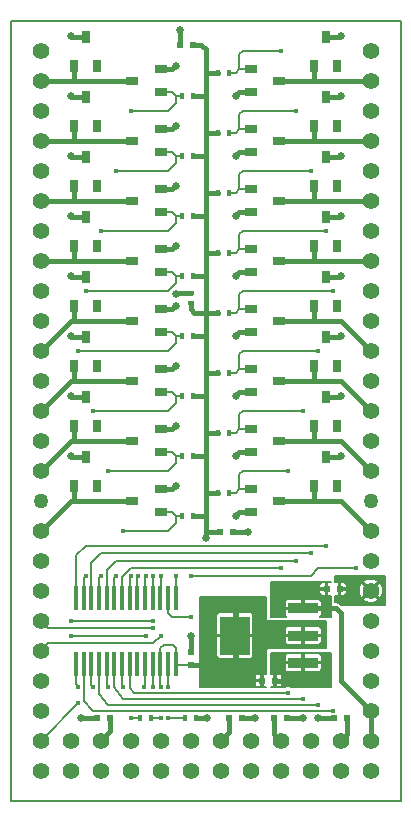
<source format=gbr>
%TF.GenerationSoftware,KiCad,Pcbnew,4.0.2-stable*%
%TF.CreationDate,2021-11-11T11:09:56-08:00*%
%TF.ProjectId,pwm,70776D2E6B696361645F706362000000,rev?*%
%TF.FileFunction,Copper,L1,Top,Signal*%
%FSLAX46Y46*%
G04 Gerber Fmt 4.6, Leading zero omitted, Abs format (unit mm)*
G04 Created by KiCad (PCBNEW 4.0.2-stable) date 11/11/2021 11:09:56 AM*
%MOMM*%
G01*
G04 APERTURE LIST*
%ADD10C,0.100000*%
%ADD11C,0.150000*%
%ADD12R,0.400000X0.600000*%
%ADD13R,0.300000X2.000000*%
%ADD14R,0.800000X1.000000*%
%ADD15R,0.600000X0.500000*%
%ADD16R,0.500000X0.600000*%
%ADD17R,2.500000X3.300000*%
%ADD18R,2.500000X0.950000*%
%ADD19R,1.000000X0.800000*%
%ADD20R,0.600000X0.400000*%
%ADD21C,1.397000*%
%ADD22C,1.270000*%
%ADD23C,0.406400*%
%ADD24C,0.635000*%
%ADD25C,0.889000*%
%ADD26C,0.381000*%
%ADD27C,0.177800*%
%ADD28C,0.127000*%
G04 APERTURE END LIST*
D10*
D11*
X153670000Y-71120000D02*
X186690000Y-71120000D01*
X153670000Y-137160000D02*
X186690000Y-137160000D01*
X153670000Y-137160000D02*
X153670000Y-71120000D01*
X186690000Y-71120000D02*
X186690000Y-137160000D01*
D12*
X171254000Y-90805000D03*
X172154000Y-90805000D03*
D13*
X167640000Y-120015000D03*
X166990000Y-120015000D03*
X166340000Y-120015000D03*
X165690000Y-120015000D03*
X165040000Y-120015000D03*
X164390000Y-120015000D03*
X163740000Y-120015000D03*
X163090000Y-120015000D03*
X162440000Y-120015000D03*
X161790000Y-120015000D03*
X161140000Y-120015000D03*
X160490000Y-120015000D03*
X159840000Y-120015000D03*
X159190000Y-120015000D03*
X159190000Y-125615000D03*
X159840000Y-125615000D03*
X160490000Y-125615000D03*
X161140000Y-125615000D03*
X161790000Y-125615000D03*
X162440000Y-125615000D03*
X163090000Y-125615000D03*
X163740000Y-125615000D03*
X164390000Y-125615000D03*
X165040000Y-125615000D03*
X165690000Y-125615000D03*
X166340000Y-125615000D03*
X166990000Y-125615000D03*
X167640000Y-125615000D03*
D14*
X159070000Y-80010000D03*
X160020000Y-77610000D03*
X160970000Y-80010000D03*
D12*
X169106000Y-82550000D03*
X168206000Y-82550000D03*
D15*
X169079000Y-73152000D03*
X167979000Y-73152000D03*
D16*
X168910000Y-125645000D03*
X168910000Y-124545000D03*
D15*
X180425000Y-119253000D03*
X181525000Y-119253000D03*
X174964000Y-127000000D03*
X176064000Y-127000000D03*
D12*
X169106000Y-77470000D03*
X168206000Y-77470000D03*
X171254000Y-75565000D03*
X172154000Y-75565000D03*
X171254000Y-80645000D03*
X172154000Y-80645000D03*
X169106000Y-87630000D03*
X168206000Y-87630000D03*
X171254000Y-85725000D03*
X172154000Y-85725000D03*
X169106000Y-92710000D03*
X168206000Y-92710000D03*
X169106000Y-97790000D03*
X168206000Y-97790000D03*
X171254000Y-95885000D03*
X172154000Y-95885000D03*
X169106000Y-102870000D03*
X168206000Y-102870000D03*
X171254000Y-100965000D03*
X172154000Y-100965000D03*
X169106000Y-107950000D03*
X168206000Y-107950000D03*
X171254000Y-106045000D03*
X172154000Y-106045000D03*
X169106000Y-113030000D03*
X168206000Y-113030000D03*
X171254000Y-111125000D03*
X172154000Y-111125000D03*
X168460000Y-130175000D03*
X169360000Y-130175000D03*
D17*
X172635000Y-123190000D03*
D18*
X178435000Y-123190000D03*
X178435000Y-120890000D03*
X178435000Y-125490000D03*
D14*
X159070000Y-74930000D03*
X160020000Y-72530000D03*
X160970000Y-74930000D03*
X179390000Y-74930000D03*
X180340000Y-72530000D03*
X181290000Y-74930000D03*
X159070000Y-85090000D03*
X160020000Y-82690000D03*
X160970000Y-85090000D03*
X179390000Y-85090000D03*
X180340000Y-82690000D03*
X181290000Y-85090000D03*
X159070000Y-90170000D03*
X160020000Y-87770000D03*
X160970000Y-90170000D03*
X179390000Y-90170000D03*
X180340000Y-87770000D03*
X181290000Y-90170000D03*
X159070000Y-95250000D03*
X160020000Y-92850000D03*
X160970000Y-95250000D03*
X179390000Y-95250000D03*
X180340000Y-92850000D03*
X181290000Y-95250000D03*
X159070000Y-100330000D03*
X160020000Y-97930000D03*
X160970000Y-100330000D03*
X179390000Y-100330000D03*
X180340000Y-97930000D03*
X181290000Y-100330000D03*
X159070000Y-105410000D03*
X160020000Y-103010000D03*
X160970000Y-105410000D03*
X159070000Y-110490000D03*
X160020000Y-108090000D03*
X160970000Y-110490000D03*
X179390000Y-110490000D03*
X180340000Y-108090000D03*
X181290000Y-110490000D03*
D19*
X166370000Y-77150000D03*
X163970000Y-76200000D03*
X166370000Y-75250000D03*
X173990000Y-75250000D03*
X176390000Y-76200000D03*
X173990000Y-77150000D03*
X166370000Y-82230000D03*
X163970000Y-81280000D03*
X166370000Y-80330000D03*
X173990000Y-80330000D03*
X176390000Y-81280000D03*
X173990000Y-82230000D03*
X166370000Y-87310000D03*
X163970000Y-86360000D03*
X166370000Y-85410000D03*
X173990000Y-85410000D03*
X176390000Y-86360000D03*
X173990000Y-87310000D03*
X166370000Y-92390000D03*
X163970000Y-91440000D03*
X166370000Y-90490000D03*
X173990000Y-90490000D03*
X176390000Y-91440000D03*
X173990000Y-92390000D03*
X166370000Y-97470000D03*
X163970000Y-96520000D03*
X166370000Y-95570000D03*
X173990000Y-95570000D03*
X176390000Y-96520000D03*
X173990000Y-97470000D03*
X166370000Y-102550000D03*
X163970000Y-101600000D03*
X166370000Y-100650000D03*
X173990000Y-100650000D03*
X176390000Y-101600000D03*
X173990000Y-102550000D03*
X166370000Y-107630000D03*
X163970000Y-106680000D03*
X166370000Y-105730000D03*
X173990000Y-105730000D03*
X176390000Y-106680000D03*
X173990000Y-107630000D03*
X166370000Y-112710000D03*
X163970000Y-111760000D03*
X166370000Y-110810000D03*
X173990000Y-110810000D03*
X176390000Y-111760000D03*
X173990000Y-112710000D03*
D15*
X162094000Y-130175000D03*
X160994000Y-130175000D03*
D14*
X179390000Y-80010000D03*
X180340000Y-77610000D03*
X181290000Y-80010000D03*
D15*
X172170000Y-130175000D03*
X173270000Y-130175000D03*
X182160000Y-130175000D03*
X181060000Y-130175000D03*
X175980000Y-130175000D03*
X177080000Y-130175000D03*
X171408000Y-114427000D03*
X172508000Y-114427000D03*
D14*
X179390000Y-105410000D03*
X180340000Y-103010000D03*
X181290000Y-105410000D03*
D12*
X165550000Y-130175000D03*
X164650000Y-130175000D03*
D20*
X168910000Y-95065000D03*
X168910000Y-94165000D03*
D21*
X156210000Y-73660000D03*
X156210000Y-76200000D03*
X156210000Y-78740000D03*
X156210000Y-81280000D03*
X156210000Y-83820000D03*
X156210000Y-86360000D03*
X156210000Y-88900000D03*
X156210000Y-91440000D03*
X156210000Y-93980000D03*
X156210000Y-96520000D03*
X156210000Y-99060000D03*
X156210000Y-101600000D03*
X156210000Y-104140000D03*
X156210000Y-106680000D03*
X156210000Y-109220000D03*
D22*
X156210000Y-111760000D03*
D21*
X156210000Y-114300000D03*
X156210000Y-116840000D03*
X156210000Y-119380000D03*
X156210000Y-121920000D03*
X156210000Y-124460000D03*
X156210000Y-127000000D03*
X156210000Y-129540000D03*
X156210000Y-132080000D03*
X156210000Y-134620000D03*
X184150000Y-73660000D03*
X184150000Y-76200000D03*
X184150000Y-78740000D03*
X184150000Y-81280000D03*
X184150000Y-83820000D03*
X184150000Y-86360000D03*
X184150000Y-88900000D03*
X184150000Y-91440000D03*
X184150000Y-93980000D03*
X184150000Y-96520000D03*
X184150000Y-99060000D03*
X184150000Y-101600000D03*
X184150000Y-104140000D03*
X184150000Y-106680000D03*
X184150000Y-109220000D03*
D22*
X184150000Y-111760000D03*
D21*
X184150000Y-114300000D03*
X184150000Y-116840000D03*
X184150000Y-119380000D03*
X184150000Y-121920000D03*
X184150000Y-124460000D03*
X184150000Y-127000000D03*
X184150000Y-129540000D03*
X184150000Y-132080000D03*
X184150000Y-134620000D03*
X171450000Y-132080000D03*
X181610000Y-132080000D03*
X179070000Y-132080000D03*
X176530000Y-132080000D03*
X173990000Y-132080000D03*
X168910000Y-132080000D03*
X166370000Y-132080000D03*
X163830000Y-132080000D03*
X161290000Y-132080000D03*
X158750000Y-132080000D03*
X168910000Y-134620000D03*
X158750000Y-134620000D03*
X161290000Y-134620000D03*
X163830000Y-134620000D03*
X166370000Y-134620000D03*
X171450000Y-134620000D03*
X173990000Y-134620000D03*
X176530000Y-134620000D03*
X179070000Y-134620000D03*
X181610000Y-134620000D03*
D23*
X166370000Y-127508000D03*
X166370000Y-130175000D03*
D24*
X170180000Y-114935000D03*
X170180000Y-121285000D03*
X170180000Y-125730000D03*
D25*
X172720000Y-125730000D03*
X173990000Y-125730000D03*
X171450000Y-125730000D03*
X172720000Y-120650000D03*
X171450000Y-120650000D03*
X173990000Y-120650000D03*
D24*
X168021000Y-71882000D03*
X167640000Y-94234000D03*
X159639000Y-130175000D03*
X173736000Y-114427000D03*
X179070000Y-127000000D03*
X177800000Y-127000000D03*
X180340000Y-127000000D03*
X179705000Y-130175000D03*
X178435000Y-130175000D03*
X168910000Y-123190000D03*
D23*
X167640000Y-118110000D03*
X164465000Y-118110000D03*
D24*
X174371000Y-130175000D03*
X170307000Y-130175000D03*
X167640000Y-110490000D03*
X167640000Y-105410000D03*
X167640000Y-100330000D03*
X172720000Y-113030000D03*
X172720000Y-107950000D03*
X172720000Y-102870000D03*
X172720000Y-97790000D03*
X167640000Y-95250000D03*
X172720000Y-87630000D03*
X172720000Y-92710000D03*
X167640000Y-90170000D03*
X167640000Y-85090000D03*
X167640000Y-80010000D03*
X172720000Y-82550000D03*
X172720000Y-77470000D03*
X167640000Y-74930000D03*
X181610000Y-102870000D03*
X181610000Y-72390000D03*
X181610000Y-77470000D03*
X181610000Y-82550000D03*
X181610000Y-87630000D03*
X181610000Y-92710000D03*
X181610000Y-97790000D03*
X181610000Y-107950000D03*
X158750000Y-102870000D03*
X158750000Y-97790000D03*
X158750000Y-92710000D03*
X158750000Y-87630000D03*
X158750000Y-82550000D03*
X158750000Y-77470000D03*
X158750000Y-72390000D03*
X158750000Y-107950000D03*
D23*
X163830000Y-130175000D03*
X165735000Y-127508000D03*
X165735000Y-122555000D03*
X166370000Y-123190000D03*
X166370000Y-118110000D03*
X158750000Y-121920000D03*
X165735000Y-121920000D03*
X165735000Y-118110000D03*
X158750000Y-123190000D03*
X165100000Y-123190000D03*
X165100000Y-118110000D03*
X164973000Y-127508000D03*
X159385000Y-128905000D03*
X167005000Y-130175000D03*
X167005000Y-127508000D03*
X163830000Y-78740000D03*
X163830000Y-118110000D03*
X176530000Y-117475000D03*
X176530000Y-73660000D03*
X162560000Y-83820000D03*
X162560000Y-118110000D03*
X177800000Y-116840000D03*
X177800000Y-78740000D03*
X161290000Y-118110000D03*
X161290000Y-88900000D03*
X179070000Y-116205000D03*
X179070000Y-83820000D03*
X160020000Y-118110000D03*
X160020000Y-93980000D03*
X180340000Y-115570000D03*
X180340000Y-88900000D03*
X159385000Y-127508000D03*
X159385000Y-99060000D03*
X180975000Y-93980000D03*
X180975000Y-129540000D03*
X160655000Y-104140000D03*
X160655000Y-127508000D03*
X179705000Y-129032000D03*
X179705000Y-99060000D03*
X161925000Y-109220000D03*
X161925000Y-127508000D03*
X178435000Y-104140000D03*
X178435000Y-128524000D03*
X163195000Y-114300000D03*
X163195000Y-127508000D03*
X177165000Y-109220000D03*
X177165000Y-128016000D03*
X168910000Y-121602500D03*
X168910000Y-118110000D03*
X182880000Y-117475000D03*
D26*
X171408000Y-114427000D02*
X170180000Y-114427000D01*
X170180000Y-114427000D02*
X170180000Y-114300000D01*
X170180000Y-113030000D02*
X169545000Y-113030000D01*
X169545000Y-113030000D02*
X169106000Y-113030000D01*
X170180000Y-111125000D02*
X170815000Y-111125000D01*
X170815000Y-111125000D02*
X171254000Y-111125000D01*
X170180000Y-107950000D02*
X169672000Y-107950000D01*
X169672000Y-107950000D02*
X169106000Y-107950000D01*
X170815000Y-106045000D02*
X170180000Y-106045000D01*
X170180000Y-102870000D02*
X169672000Y-102870000D01*
X169672000Y-102870000D02*
X169106000Y-102870000D01*
X171254000Y-100965000D02*
X170180000Y-100965000D01*
X168910000Y-95065000D02*
X168910000Y-95567500D01*
X169730000Y-95885000D02*
X170180000Y-95885000D01*
X169227500Y-95885000D02*
X169730000Y-95885000D01*
X168910000Y-95567500D02*
X169227500Y-95885000D01*
X170180000Y-97790000D02*
X169672000Y-97790000D01*
X169672000Y-97790000D02*
X169106000Y-97790000D01*
X170180000Y-95885000D02*
X170688000Y-95885000D01*
X170688000Y-95885000D02*
X171254000Y-95885000D01*
X170180000Y-92710000D02*
X169672000Y-92710000D01*
X169672000Y-92710000D02*
X169106000Y-92710000D01*
X170180000Y-90805000D02*
X170688000Y-90805000D01*
X170688000Y-90805000D02*
X171254000Y-90805000D01*
X170180000Y-87630000D02*
X169672000Y-87630000D01*
X169672000Y-87630000D02*
X169106000Y-87630000D01*
X171254000Y-85725000D02*
X170180000Y-85725000D01*
X170180000Y-82550000D02*
X169672000Y-82550000D01*
X169672000Y-82550000D02*
X169106000Y-82550000D01*
X170180000Y-80645000D02*
X170561000Y-80645000D01*
X170561000Y-80645000D02*
X171254000Y-80645000D01*
X170180000Y-77470000D02*
X169672000Y-77470000D01*
X169672000Y-77470000D02*
X169106000Y-77470000D01*
X170815000Y-75565000D02*
X170180000Y-75565000D01*
D27*
X166340000Y-127478000D02*
X166370000Y-127508000D01*
X166340000Y-125615000D02*
X166340000Y-127478000D01*
X166370000Y-130175000D02*
X165550000Y-130175000D01*
D26*
X170180000Y-76073000D02*
X170180000Y-75565000D01*
X170180000Y-76073000D02*
X170180000Y-77470000D01*
X170180000Y-77470000D02*
X170180000Y-77978000D01*
X170180000Y-75565000D02*
X170180000Y-73533000D01*
X169799000Y-73152000D02*
X169079000Y-73152000D01*
X170180000Y-73533000D02*
X169799000Y-73152000D01*
X170180000Y-81026000D02*
X170180000Y-80645000D01*
X170180000Y-80645000D02*
X170180000Y-77978000D01*
X170180000Y-88138000D02*
X170180000Y-90805000D01*
X170180000Y-90805000D02*
X170180000Y-91313000D01*
X170180000Y-91313000D02*
X170180000Y-92710000D01*
X170180000Y-92710000D02*
X170180000Y-93218000D01*
X170180000Y-93218000D02*
X170180000Y-95504000D01*
X170180000Y-95504000D02*
X170180000Y-95885000D01*
X170180000Y-86106000D02*
X170180000Y-87630000D01*
X170180000Y-87630000D02*
X170180000Y-88138000D01*
X170180000Y-83058000D02*
X170180000Y-85725000D01*
X170180000Y-85725000D02*
X170180000Y-86106000D01*
X170180000Y-82550000D02*
X170180000Y-83058000D01*
X170180000Y-81026000D02*
X170180000Y-82550000D01*
X170180000Y-97790000D02*
X170180000Y-98298000D01*
X170180000Y-95885000D02*
X170180000Y-96393000D01*
X170180000Y-96393000D02*
X170180000Y-97790000D01*
X170180000Y-98298000D02*
X170180000Y-100965000D01*
X170180000Y-100965000D02*
X170180000Y-101346000D01*
X170180000Y-101346000D02*
X170180000Y-102870000D01*
X170180000Y-102870000D02*
X170180000Y-103378000D01*
X170180000Y-103378000D02*
X170180000Y-106045000D01*
X170180000Y-106045000D02*
X170180000Y-106553000D01*
X170180000Y-106553000D02*
X170180000Y-107950000D01*
X170180000Y-107950000D02*
X170180000Y-108458000D01*
X171254000Y-106045000D02*
X170815000Y-106045000D01*
X170815000Y-106045000D02*
X170688000Y-106045000D01*
X170180000Y-113030000D02*
X170180000Y-113411000D01*
X170180000Y-113411000D02*
X170180000Y-113665000D01*
X170180000Y-111760000D02*
X170180000Y-112395000D01*
X170180000Y-112395000D02*
X170180000Y-113030000D01*
X170180000Y-108458000D02*
X170180000Y-111125000D01*
X170180000Y-111125000D02*
X170180000Y-111760000D01*
X170180000Y-113665000D02*
X170180000Y-113919000D01*
X170180000Y-113919000D02*
X170180000Y-114300000D01*
X170180000Y-114300000D02*
X170180000Y-114935000D01*
D27*
X166624000Y-123952000D02*
X166340000Y-124236000D01*
X166340000Y-124236000D02*
X166340000Y-125615000D01*
X167386000Y-123952000D02*
X167640000Y-124206000D01*
X166624000Y-123952000D02*
X167386000Y-123952000D01*
X167640000Y-125615000D02*
X167640000Y-124206000D01*
D26*
X168910000Y-125645000D02*
X170095000Y-125645000D01*
X170095000Y-125645000D02*
X170180000Y-125730000D01*
D27*
X168910000Y-125645000D02*
X167670000Y-125645000D01*
X167670000Y-125645000D02*
X167640000Y-125615000D01*
D26*
X172720000Y-125730000D02*
X173990000Y-125730000D01*
X171450000Y-125730000D02*
X172720000Y-125730000D01*
X172720000Y-125730000D02*
X172720000Y-123275000D01*
X172720000Y-120650000D02*
X171450000Y-120650000D01*
X173990000Y-120650000D02*
X172720000Y-120650000D01*
X172720000Y-120650000D02*
X172720000Y-123105000D01*
X172635000Y-123190000D02*
X172720000Y-123275000D01*
X172635000Y-123190000D02*
X172720000Y-123105000D01*
X171254000Y-75565000D02*
X170815000Y-75565000D01*
X170815000Y-75565000D02*
X170688000Y-75565000D01*
X167979000Y-73152000D02*
X167979000Y-71924000D01*
X167979000Y-71924000D02*
X168021000Y-71882000D01*
X168910000Y-94165000D02*
X167709000Y-94165000D01*
X167709000Y-94165000D02*
X167640000Y-94234000D01*
X160994000Y-130175000D02*
X159639000Y-130175000D01*
X172508000Y-114427000D02*
X173736000Y-114427000D01*
X180340000Y-127000000D02*
X179070000Y-127000000D01*
X177800000Y-127000000D02*
X176064000Y-127000000D01*
X179070000Y-127000000D02*
X177800000Y-127000000D01*
X181060000Y-130175000D02*
X179705000Y-130175000D01*
X177080000Y-130175000D02*
X178435000Y-130175000D01*
X168910000Y-124545000D02*
X168910000Y-123190000D01*
D27*
X167640000Y-120015000D02*
X167640000Y-118110000D01*
X164390000Y-120015000D02*
X164390000Y-118185000D01*
X164390000Y-118185000D02*
X164465000Y-118110000D01*
D26*
X173270000Y-130175000D02*
X174371000Y-130175000D01*
X169360000Y-130175000D02*
X170307000Y-130175000D01*
X166370000Y-110810000D02*
X167320000Y-110810000D01*
X167320000Y-110810000D02*
X167640000Y-110490000D01*
X166370000Y-105730000D02*
X167320000Y-105730000D01*
X167320000Y-105730000D02*
X167640000Y-105410000D01*
X166370000Y-100650000D02*
X167320000Y-100650000D01*
X167320000Y-100650000D02*
X167640000Y-100330000D01*
X173990000Y-112710000D02*
X173040000Y-112710000D01*
X173040000Y-112710000D02*
X172720000Y-113030000D01*
X173990000Y-107630000D02*
X173040000Y-107630000D01*
X173040000Y-107630000D02*
X172720000Y-107950000D01*
X173990000Y-102550000D02*
X173040000Y-102550000D01*
X173040000Y-102550000D02*
X172720000Y-102870000D01*
X173990000Y-97470000D02*
X173040000Y-97470000D01*
X173040000Y-97470000D02*
X172720000Y-97790000D01*
X166370000Y-95570000D02*
X167320000Y-95570000D01*
X167320000Y-95570000D02*
X167640000Y-95250000D01*
X173990000Y-87310000D02*
X173040000Y-87310000D01*
X173040000Y-87310000D02*
X172720000Y-87630000D01*
X173990000Y-92390000D02*
X173040000Y-92390000D01*
X173040000Y-92390000D02*
X172720000Y-92710000D01*
X166370000Y-90490000D02*
X167320000Y-90490000D01*
X167320000Y-90490000D02*
X167640000Y-90170000D01*
X166370000Y-85410000D02*
X167320000Y-85410000D01*
X167320000Y-85410000D02*
X167640000Y-85090000D01*
X166370000Y-80330000D02*
X167320000Y-80330000D01*
X167320000Y-80330000D02*
X167640000Y-80010000D01*
X173990000Y-82230000D02*
X173040000Y-82230000D01*
X173040000Y-82230000D02*
X172720000Y-82550000D01*
X173990000Y-77150000D02*
X173040000Y-77150000D01*
X173040000Y-77150000D02*
X172720000Y-77470000D01*
X166370000Y-75250000D02*
X167320000Y-75250000D01*
X167320000Y-75250000D02*
X167640000Y-74930000D01*
X161290000Y-132080000D02*
X162094000Y-131276000D01*
X162094000Y-131276000D02*
X162094000Y-130175000D01*
X176530000Y-132080000D02*
X175980000Y-131530000D01*
X175980000Y-131530000D02*
X175980000Y-130175000D01*
X181610000Y-132080000D02*
X182160000Y-131530000D01*
X182160000Y-131530000D02*
X182160000Y-130175000D01*
X180340000Y-103010000D02*
X181470000Y-103010000D01*
X181470000Y-103010000D02*
X181610000Y-102870000D01*
X172170000Y-130175000D02*
X172170000Y-131360000D01*
X172170000Y-131360000D02*
X171450000Y-132080000D01*
X180340000Y-72530000D02*
X181470000Y-72530000D01*
X181470000Y-72530000D02*
X181610000Y-72390000D01*
X180340000Y-77610000D02*
X181470000Y-77610000D01*
X181470000Y-77610000D02*
X181610000Y-77470000D01*
X180340000Y-82690000D02*
X181470000Y-82690000D01*
X181470000Y-82690000D02*
X181610000Y-82550000D01*
X180340000Y-87770000D02*
X181470000Y-87770000D01*
X181470000Y-87770000D02*
X181610000Y-87630000D01*
X180340000Y-92850000D02*
X181470000Y-92850000D01*
X181470000Y-92850000D02*
X181610000Y-92710000D01*
X180340000Y-97930000D02*
X181470000Y-97930000D01*
X181470000Y-97930000D02*
X181610000Y-97790000D01*
X181610000Y-107950000D02*
X181470000Y-108090000D01*
X181470000Y-108090000D02*
X180340000Y-108090000D01*
X160020000Y-103010000D02*
X158890000Y-103010000D01*
X158890000Y-103010000D02*
X158750000Y-102870000D01*
X160020000Y-97930000D02*
X158890000Y-97930000D01*
X158890000Y-97930000D02*
X158750000Y-97790000D01*
X160020000Y-92850000D02*
X158890000Y-92850000D01*
X158890000Y-92850000D02*
X158750000Y-92710000D01*
X160020000Y-87770000D02*
X158890000Y-87770000D01*
X158890000Y-87770000D02*
X158750000Y-87630000D01*
X160020000Y-82690000D02*
X158890000Y-82690000D01*
X158890000Y-82690000D02*
X158750000Y-82550000D01*
X160020000Y-77610000D02*
X158890000Y-77610000D01*
X158890000Y-77610000D02*
X158750000Y-77470000D01*
X160020000Y-72530000D02*
X158890000Y-72530000D01*
X158890000Y-72530000D02*
X158750000Y-72390000D01*
X160020000Y-108090000D02*
X158890000Y-108090000D01*
X158890000Y-108090000D02*
X158750000Y-107950000D01*
X159070000Y-74930000D02*
X159070000Y-76200000D01*
X159070000Y-76200000D02*
X159067500Y-76200000D01*
X158750000Y-76200000D02*
X159067500Y-76200000D01*
X159067500Y-76200000D02*
X159385000Y-76200000D01*
X159385000Y-76200000D02*
X163970000Y-76200000D01*
X157800000Y-76200000D02*
X158750000Y-76200000D01*
X156210000Y-76200000D02*
X157800000Y-76200000D01*
X179390000Y-74930000D02*
X179390000Y-76200000D01*
X179390000Y-76200000D02*
X179387500Y-76200000D01*
X184150000Y-76200000D02*
X179705000Y-76200000D01*
X179070000Y-76200000D02*
X176390000Y-76200000D01*
X179705000Y-76200000D02*
X179387500Y-76200000D01*
X179387500Y-76200000D02*
X179070000Y-76200000D01*
X159070000Y-80010000D02*
X159070000Y-81280000D01*
X159070000Y-81280000D02*
X159067500Y-81280000D01*
X158750000Y-81280000D02*
X159067500Y-81280000D01*
X159067500Y-81280000D02*
X159385000Y-81280000D01*
X159385000Y-81280000D02*
X163970000Y-81280000D01*
X156210000Y-81280000D02*
X158750000Y-81280000D01*
X179390000Y-80010000D02*
X179390000Y-81280000D01*
X179390000Y-81280000D02*
X179387500Y-81280000D01*
X179705000Y-81280000D02*
X184150000Y-81280000D01*
X179070000Y-81280000D02*
X176390000Y-81280000D01*
X179705000Y-81280000D02*
X179387500Y-81280000D01*
X179387500Y-81280000D02*
X179070000Y-81280000D01*
X159070000Y-85090000D02*
X159070000Y-86360000D01*
X159070000Y-86360000D02*
X159067500Y-86360000D01*
X158750000Y-86360000D02*
X159067500Y-86360000D01*
X159067500Y-86360000D02*
X159385000Y-86360000D01*
X159385000Y-86360000D02*
X163970000Y-86360000D01*
X158750000Y-86360000D02*
X156210000Y-86360000D01*
X179390000Y-85090000D02*
X179390000Y-86360000D01*
X179390000Y-86360000D02*
X179387500Y-86360000D01*
X179705000Y-86360000D02*
X184150000Y-86360000D01*
X179070000Y-86360000D02*
X176390000Y-86360000D01*
X179705000Y-86360000D02*
X179387500Y-86360000D01*
X179387500Y-86360000D02*
X179070000Y-86360000D01*
X159070000Y-90170000D02*
X159070000Y-91440000D01*
X159070000Y-91440000D02*
X159067500Y-91440000D01*
X158750000Y-91440000D02*
X159067500Y-91440000D01*
X159067500Y-91440000D02*
X159385000Y-91440000D01*
X159385000Y-91440000D02*
X163970000Y-91440000D01*
X156210000Y-91440000D02*
X158750000Y-91440000D01*
X179390000Y-90170000D02*
X179390000Y-91440000D01*
X179390000Y-91440000D02*
X179387500Y-91440000D01*
X179705000Y-91440000D02*
X179387500Y-91440000D01*
X179387500Y-91440000D02*
X179070000Y-91440000D01*
X179705000Y-91440000D02*
X184150000Y-91440000D01*
X179070000Y-91440000D02*
X176390000Y-91440000D01*
X159070000Y-95250000D02*
X159070000Y-96520000D01*
X159070000Y-96520000D02*
X159067500Y-96520000D01*
X163970000Y-96520000D02*
X159067500Y-96520000D01*
X159067500Y-96520000D02*
X158750000Y-96520000D01*
X158750000Y-96520000D02*
X156210000Y-99060000D01*
X179390000Y-95250000D02*
X179390000Y-96520000D01*
X179390000Y-96520000D02*
X179387500Y-96520000D01*
X181610000Y-96520000D02*
X184150000Y-99060000D01*
X176390000Y-96520000D02*
X179387500Y-96520000D01*
X179387500Y-96520000D02*
X179705000Y-96520000D01*
X179705000Y-96520000D02*
X181610000Y-96520000D01*
X159070000Y-100330000D02*
X159070000Y-101600000D01*
X159070000Y-101600000D02*
X159067500Y-101600000D01*
X163970000Y-101600000D02*
X159067500Y-101600000D01*
X159067500Y-101600000D02*
X158750000Y-101600000D01*
X158750000Y-101600000D02*
X156210000Y-104140000D01*
X179390000Y-100330000D02*
X179390000Y-101600000D01*
X179390000Y-101600000D02*
X179387500Y-101600000D01*
X181610000Y-101600000D02*
X184150000Y-104140000D01*
X176390000Y-101600000D02*
X179387500Y-101600000D01*
X179387500Y-101600000D02*
X179705000Y-101600000D01*
X179705000Y-101600000D02*
X181610000Y-101600000D01*
X159070000Y-105410000D02*
X159070000Y-106680000D01*
X159070000Y-106680000D02*
X159067500Y-106680000D01*
X163970000Y-106680000D02*
X159067500Y-106680000D01*
X159067500Y-106680000D02*
X158750000Y-106680000D01*
X156210000Y-109220000D02*
X158750000Y-106680000D01*
X179390000Y-105410000D02*
X179390000Y-106680000D01*
X179390000Y-106680000D02*
X179387500Y-106680000D01*
X181610000Y-106680000D02*
X184150000Y-109220000D01*
X179705000Y-106680000D02*
X181610000Y-106680000D01*
X176390000Y-106680000D02*
X179387500Y-106680000D01*
X179387500Y-106680000D02*
X179705000Y-106680000D01*
X159070000Y-110490000D02*
X159070000Y-111760000D01*
X159070000Y-111760000D02*
X159067500Y-111760000D01*
X163970000Y-111760000D02*
X159067500Y-111760000D01*
X159067500Y-111760000D02*
X158750000Y-111760000D01*
X156210000Y-114300000D02*
X158750000Y-111760000D01*
X179390000Y-110490000D02*
X179390000Y-111760000D01*
X179390000Y-111760000D02*
X179387500Y-111760000D01*
X181610000Y-111760000D02*
X184150000Y-114300000D01*
X179705000Y-111760000D02*
X181610000Y-111760000D01*
X176390000Y-111760000D02*
X179387500Y-111760000D01*
X179387500Y-111760000D02*
X179705000Y-111760000D01*
D27*
X163830000Y-130175000D02*
X164650000Y-130175000D01*
X165690000Y-125615000D02*
X165690000Y-127463000D01*
X165690000Y-127463000D02*
X165735000Y-127508000D01*
X165735000Y-122555000D02*
X156845000Y-122555000D01*
X156845000Y-122555000D02*
X156210000Y-121920000D01*
X166370000Y-123190000D02*
X165735000Y-123825000D01*
X166370000Y-119985000D02*
X166370000Y-118110000D01*
X156845000Y-123825000D02*
X156210000Y-124460000D01*
X165735000Y-123825000D02*
X156845000Y-123825000D01*
X165690000Y-120015000D02*
X165690000Y-118155000D01*
X165735000Y-121920000D02*
X158750000Y-121920000D01*
X165690000Y-118155000D02*
X165735000Y-118110000D01*
X165690000Y-120015000D02*
X165735000Y-119970000D01*
X165040000Y-120015000D02*
X165040000Y-118170000D01*
X165100000Y-123190000D02*
X158750000Y-123190000D01*
X165040000Y-118170000D02*
X165100000Y-118110000D01*
X165040000Y-120015000D02*
X165100000Y-119955000D01*
X165040000Y-125615000D02*
X165040000Y-127441000D01*
X165040000Y-127441000D02*
X164973000Y-127508000D01*
X165040000Y-127441000D02*
X164973000Y-127508000D01*
X156210000Y-132080000D02*
X159385000Y-128905000D01*
D26*
X178435000Y-120890000D02*
X181215000Y-120890000D01*
X181610000Y-127000000D02*
X184150000Y-129540000D01*
X181610000Y-121285000D02*
X181610000Y-127000000D01*
X184150000Y-132080000D02*
X184150000Y-129540000D01*
X181215000Y-120890000D02*
X181610000Y-121285000D01*
D27*
X166990000Y-125615000D02*
X166990000Y-127493000D01*
X167005000Y-130175000D02*
X168460000Y-130175000D01*
X166990000Y-127493000D02*
X167005000Y-127508000D01*
X167640000Y-77470000D02*
X167640000Y-78105000D01*
X167640000Y-78105000D02*
X167322500Y-78422500D01*
X167640000Y-77470000D02*
X168206000Y-77470000D01*
X167322500Y-78422500D02*
X167005000Y-78740000D01*
X167005000Y-78740000D02*
X163830000Y-78740000D01*
X163830000Y-118110000D02*
X163740000Y-118200000D01*
X163740000Y-120015000D02*
X163740000Y-118200000D01*
X166370000Y-77150000D02*
X167320000Y-77150000D01*
X167320000Y-77150000D02*
X167640000Y-77470000D01*
X173037500Y-75250000D02*
X173037500Y-73977500D01*
X163195000Y-118110000D02*
X163090000Y-118215000D01*
X163090000Y-118215000D02*
X163090000Y-120015000D01*
X176530000Y-117475000D02*
X163830000Y-117475000D01*
X163830000Y-117475000D02*
X163195000Y-118110000D01*
X173037500Y-73977500D02*
X173355000Y-73660000D01*
X173355000Y-73660000D02*
X176530000Y-73660000D01*
X172720000Y-75565000D02*
X172154000Y-75565000D01*
X173035000Y-75250000D02*
X173037500Y-75250000D01*
X173037500Y-75250000D02*
X173990000Y-75250000D01*
X172720000Y-75565000D02*
X173035000Y-75250000D01*
X168206000Y-82550000D02*
X167640000Y-82550000D01*
X162440000Y-120015000D02*
X162440000Y-118230000D01*
X162560000Y-118110000D02*
X162440000Y-118230000D01*
X167640000Y-82550000D02*
X167640000Y-83185000D01*
X167005000Y-83820000D02*
X162560000Y-83820000D01*
X167640000Y-83185000D02*
X167005000Y-83820000D01*
X167320000Y-82230000D02*
X166370000Y-82230000D01*
X167640000Y-82550000D02*
X167320000Y-82230000D01*
X173037500Y-80330000D02*
X173037500Y-79057500D01*
X172154000Y-80645000D02*
X172720000Y-80645000D01*
X177800000Y-116840000D02*
X162560000Y-116840000D01*
X162560000Y-116840000D02*
X161790000Y-117610000D01*
X161790000Y-117610000D02*
X161790000Y-120015000D01*
X177800000Y-78740000D02*
X173355000Y-78740000D01*
X173037500Y-79057500D02*
X173355000Y-78740000D01*
X173990000Y-80330000D02*
X173037500Y-80330000D01*
X173037500Y-80330000D02*
X173035000Y-80330000D01*
X173035000Y-80330000D02*
X172720000Y-80645000D01*
X161140000Y-118895000D02*
X161140000Y-118260000D01*
X167640000Y-88265000D02*
X167005000Y-88900000D01*
X167005000Y-88900000D02*
X161290000Y-88900000D01*
X167640000Y-87630000D02*
X167640000Y-88265000D01*
X161140000Y-118895000D02*
X161140000Y-120015000D01*
X161140000Y-118260000D02*
X161290000Y-118110000D01*
X168206000Y-87630000D02*
X167640000Y-87630000D01*
X167320000Y-87310000D02*
X166370000Y-87310000D01*
X167640000Y-87630000D02*
X167320000Y-87310000D01*
X173037500Y-85410000D02*
X173037500Y-84137500D01*
X172154000Y-85725000D02*
X172720000Y-85725000D01*
X179070000Y-116205000D02*
X161290000Y-116205000D01*
X161290000Y-116205000D02*
X160490000Y-117005000D01*
X160490000Y-117005000D02*
X160490000Y-120015000D01*
X173037500Y-84137500D02*
X173355000Y-83820000D01*
X173355000Y-83820000D02*
X179070000Y-83820000D01*
X173035000Y-85410000D02*
X173037500Y-85410000D01*
X173037500Y-85410000D02*
X173990000Y-85410000D01*
X172720000Y-85725000D02*
X173035000Y-85410000D01*
X159840000Y-118925000D02*
X159840000Y-118290000D01*
X159840000Y-120015000D02*
X159840000Y-118925000D01*
X167005000Y-93980000D02*
X160020000Y-93980000D01*
X167640000Y-93345000D02*
X167005000Y-93980000D01*
X167640000Y-93345000D02*
X167640000Y-92710000D01*
X159840000Y-118290000D02*
X160020000Y-118110000D01*
X168206000Y-92710000D02*
X167640000Y-92710000D01*
X167320000Y-92390000D02*
X166370000Y-92390000D01*
X167640000Y-92710000D02*
X167320000Y-92390000D01*
X173037500Y-90490000D02*
X173037500Y-89217500D01*
X172154000Y-90805000D02*
X172720000Y-90805000D01*
X180340000Y-115570000D02*
X160020000Y-115570000D01*
X160020000Y-115570000D02*
X159190000Y-116400000D01*
X159190000Y-116400000D02*
X159190000Y-120015000D01*
X173037500Y-89217500D02*
X173355000Y-88900000D01*
X173355000Y-88900000D02*
X180340000Y-88900000D01*
X173035000Y-90490000D02*
X173037500Y-90490000D01*
X173037500Y-90490000D02*
X173990000Y-90490000D01*
X172720000Y-90805000D02*
X173035000Y-90490000D01*
X159190000Y-126805000D02*
X159190000Y-127313000D01*
X159190000Y-125615000D02*
X159190000Y-126805000D01*
X167640000Y-98425000D02*
X167005000Y-99060000D01*
X167005000Y-99060000D02*
X159385000Y-99060000D01*
X167640000Y-98425000D02*
X167640000Y-97790000D01*
X159190000Y-127313000D02*
X159385000Y-127508000D01*
X167640000Y-97790000D02*
X168206000Y-97790000D01*
X167320000Y-97470000D02*
X166370000Y-97470000D01*
X167640000Y-97790000D02*
X167320000Y-97470000D01*
X173037500Y-95570000D02*
X173037500Y-94297500D01*
X172154000Y-95885000D02*
X172720000Y-95885000D01*
X173037500Y-94297500D02*
X173355000Y-93980000D01*
X173355000Y-93980000D02*
X180975000Y-93980000D01*
X159840000Y-128725000D02*
X159840000Y-125615000D01*
X160655000Y-129540000D02*
X180975000Y-129540000D01*
X159840000Y-128725000D02*
X160655000Y-129540000D01*
X173990000Y-95570000D02*
X173037500Y-95570000D01*
X173037500Y-95570000D02*
X173035000Y-95570000D01*
X173035000Y-95570000D02*
X172720000Y-95885000D01*
X160490000Y-126835000D02*
X160490000Y-127343000D01*
X167640000Y-103505000D02*
X167005000Y-104140000D01*
X167005000Y-104140000D02*
X160655000Y-104140000D01*
X167640000Y-102997000D02*
X167640000Y-103505000D01*
X160490000Y-126835000D02*
X160490000Y-125615000D01*
X160490000Y-127343000D02*
X160655000Y-127508000D01*
X168206000Y-102870000D02*
X167640000Y-102870000D01*
X167640000Y-102870000D02*
X167640000Y-102997000D01*
X167640000Y-102870000D02*
X167640000Y-102997000D01*
X167320000Y-102550000D02*
X166370000Y-102550000D01*
X167640000Y-102870000D02*
X167320000Y-102550000D01*
X173037500Y-100650000D02*
X173037500Y-99377500D01*
X172154000Y-100965000D02*
X172720000Y-100965000D01*
X179705000Y-129032000D02*
X161925000Y-129032000D01*
X161925000Y-129032000D02*
X161140000Y-128120000D01*
X161140000Y-128120000D02*
X161140000Y-125615000D01*
X173355000Y-99060000D02*
X179705000Y-99060000D01*
X173037500Y-99377500D02*
X173355000Y-99060000D01*
X173035000Y-100650000D02*
X173037500Y-100650000D01*
X173037500Y-100650000D02*
X173990000Y-100650000D01*
X172720000Y-100965000D02*
X173035000Y-100650000D01*
X161790000Y-125615000D02*
X161790000Y-127373000D01*
X167640000Y-108585000D02*
X167640000Y-107950000D01*
X167005000Y-109220000D02*
X161925000Y-109220000D01*
X167640000Y-108585000D02*
X167005000Y-109220000D01*
X161790000Y-127373000D02*
X161925000Y-127508000D01*
X168206000Y-107950000D02*
X167640000Y-107950000D01*
X167320000Y-107630000D02*
X166370000Y-107630000D01*
X167640000Y-107950000D02*
X167320000Y-107630000D01*
X173037500Y-105730000D02*
X173037500Y-104457500D01*
X172154000Y-106045000D02*
X172720000Y-106045000D01*
X178435000Y-128524000D02*
X163195000Y-128524000D01*
X163195000Y-128524000D02*
X162440000Y-127515000D01*
X162440000Y-127515000D02*
X162440000Y-125615000D01*
X173037500Y-104457500D02*
X173355000Y-104140000D01*
X173355000Y-104140000D02*
X178435000Y-104140000D01*
X173035000Y-105730000D02*
X173037500Y-105730000D01*
X173037500Y-105730000D02*
X173990000Y-105730000D01*
X172720000Y-106045000D02*
X173035000Y-105730000D01*
X163090000Y-125615000D02*
X163090000Y-127403000D01*
X163195000Y-114300000D02*
X167005000Y-114300000D01*
X167640000Y-113665000D02*
X167640000Y-113030000D01*
X167005000Y-114300000D02*
X167640000Y-113665000D01*
X163090000Y-127403000D02*
X163195000Y-127508000D01*
X168206000Y-113030000D02*
X167640000Y-113030000D01*
X167320000Y-112710000D02*
X166370000Y-112710000D01*
X167640000Y-113030000D02*
X167320000Y-112710000D01*
X173037500Y-110810000D02*
X173037500Y-109537500D01*
X163740000Y-125615000D02*
X163740000Y-127672000D01*
X177165000Y-128016000D02*
X164465000Y-128016000D01*
X164084000Y-128016000D02*
X164465000Y-128016000D01*
X163740000Y-127672000D02*
X164084000Y-128016000D01*
X172154000Y-111125000D02*
X172720000Y-111125000D01*
X173037500Y-109537500D02*
X173355000Y-109220000D01*
X173355000Y-109220000D02*
X177165000Y-109220000D01*
X177165000Y-109220000D02*
X177165000Y-109220000D01*
X173035000Y-110810000D02*
X173037500Y-110810000D01*
X173037500Y-110810000D02*
X173990000Y-110810000D01*
X172720000Y-111125000D02*
X173035000Y-110810000D01*
X166990000Y-121270000D02*
X166990000Y-120015000D01*
X167322500Y-121602500D02*
X166990000Y-121270000D01*
X168910000Y-121602500D02*
X167322500Y-121602500D01*
X179070000Y-118110000D02*
X168910000Y-118110000D01*
X179705000Y-117475000D02*
X179070000Y-118110000D01*
X182880000Y-117475000D02*
X179705000Y-117475000D01*
D28*
G36*
X175323500Y-121920000D02*
X175328503Y-121944705D01*
X175342723Y-121965517D01*
X175363920Y-121979157D01*
X175387000Y-121983500D01*
X180403500Y-121983500D01*
X180403500Y-124269500D01*
X175387000Y-124269500D01*
X175362295Y-124274503D01*
X175341483Y-124288723D01*
X175327843Y-124309920D01*
X175323500Y-124333000D01*
X175323500Y-126432500D01*
X175106875Y-126432500D01*
X175027500Y-126511875D01*
X175027500Y-126936500D01*
X175047500Y-126936500D01*
X175047500Y-127063500D01*
X175027500Y-127063500D01*
X175027500Y-127488125D01*
X175106875Y-127567500D01*
X175323500Y-127567500D01*
X175323500Y-127571500D01*
X169735500Y-127571500D01*
X169735500Y-127142875D01*
X174346500Y-127142875D01*
X174346500Y-127313154D01*
X174394836Y-127429849D01*
X174484150Y-127519163D01*
X174600845Y-127567500D01*
X174821125Y-127567500D01*
X174900500Y-127488125D01*
X174900500Y-127063500D01*
X174425875Y-127063500D01*
X174346500Y-127142875D01*
X169735500Y-127142875D01*
X169735500Y-126686846D01*
X174346500Y-126686846D01*
X174346500Y-126857125D01*
X174425875Y-126936500D01*
X174900500Y-126936500D01*
X174900500Y-126511875D01*
X174821125Y-126432500D01*
X174600845Y-126432500D01*
X174484150Y-126480837D01*
X174394836Y-126570151D01*
X174346500Y-126686846D01*
X169735500Y-126686846D01*
X169735500Y-123332875D01*
X171067500Y-123332875D01*
X171067500Y-124903155D01*
X171115837Y-125019850D01*
X171205151Y-125109164D01*
X171321846Y-125157500D01*
X172492125Y-125157500D01*
X172571500Y-125078125D01*
X172571500Y-123253500D01*
X172698500Y-123253500D01*
X172698500Y-125078125D01*
X172777875Y-125157500D01*
X173948154Y-125157500D01*
X174064849Y-125109164D01*
X174154163Y-125019850D01*
X174202500Y-124903155D01*
X174202500Y-123332875D01*
X176867500Y-123332875D01*
X176867500Y-123728155D01*
X176915837Y-123844850D01*
X177005151Y-123934164D01*
X177121846Y-123982500D01*
X178292125Y-123982500D01*
X178371500Y-123903125D01*
X178371500Y-123253500D01*
X178498500Y-123253500D01*
X178498500Y-123903125D01*
X178577875Y-123982500D01*
X179748154Y-123982500D01*
X179864849Y-123934164D01*
X179954163Y-123844850D01*
X180002500Y-123728155D01*
X180002500Y-123332875D01*
X179923125Y-123253500D01*
X178498500Y-123253500D01*
X178371500Y-123253500D01*
X176946875Y-123253500D01*
X176867500Y-123332875D01*
X174202500Y-123332875D01*
X174123125Y-123253500D01*
X172698500Y-123253500D01*
X172571500Y-123253500D01*
X171146875Y-123253500D01*
X171067500Y-123332875D01*
X169735500Y-123332875D01*
X169735500Y-121476845D01*
X171067500Y-121476845D01*
X171067500Y-123047125D01*
X171146875Y-123126500D01*
X172571500Y-123126500D01*
X172571500Y-121301875D01*
X172698500Y-121301875D01*
X172698500Y-123126500D01*
X174123125Y-123126500D01*
X174202500Y-123047125D01*
X174202500Y-122651845D01*
X176867500Y-122651845D01*
X176867500Y-123047125D01*
X176946875Y-123126500D01*
X178371500Y-123126500D01*
X178371500Y-122476875D01*
X178498500Y-122476875D01*
X178498500Y-123126500D01*
X179923125Y-123126500D01*
X180002500Y-123047125D01*
X180002500Y-122651845D01*
X179954163Y-122535150D01*
X179864849Y-122445836D01*
X179748154Y-122397500D01*
X178577875Y-122397500D01*
X178498500Y-122476875D01*
X178371500Y-122476875D01*
X178292125Y-122397500D01*
X177121846Y-122397500D01*
X177005151Y-122445836D01*
X176915837Y-122535150D01*
X176867500Y-122651845D01*
X174202500Y-122651845D01*
X174202500Y-121476845D01*
X174154163Y-121360150D01*
X174064849Y-121270836D01*
X173948154Y-121222500D01*
X172777875Y-121222500D01*
X172698500Y-121301875D01*
X172571500Y-121301875D01*
X172492125Y-121222500D01*
X171321846Y-121222500D01*
X171205151Y-121270836D01*
X171115837Y-121360150D01*
X171067500Y-121476845D01*
X169735500Y-121476845D01*
X169735500Y-119951500D01*
X175323500Y-119951500D01*
X175323500Y-121920000D01*
X175323500Y-121920000D01*
G37*
X175323500Y-121920000D02*
X175328503Y-121944705D01*
X175342723Y-121965517D01*
X175363920Y-121979157D01*
X175387000Y-121983500D01*
X180403500Y-121983500D01*
X180403500Y-124269500D01*
X175387000Y-124269500D01*
X175362295Y-124274503D01*
X175341483Y-124288723D01*
X175327843Y-124309920D01*
X175323500Y-124333000D01*
X175323500Y-126432500D01*
X175106875Y-126432500D01*
X175027500Y-126511875D01*
X175027500Y-126936500D01*
X175047500Y-126936500D01*
X175047500Y-127063500D01*
X175027500Y-127063500D01*
X175027500Y-127488125D01*
X175106875Y-127567500D01*
X175323500Y-127567500D01*
X175323500Y-127571500D01*
X169735500Y-127571500D01*
X169735500Y-127142875D01*
X174346500Y-127142875D01*
X174346500Y-127313154D01*
X174394836Y-127429849D01*
X174484150Y-127519163D01*
X174600845Y-127567500D01*
X174821125Y-127567500D01*
X174900500Y-127488125D01*
X174900500Y-127063500D01*
X174425875Y-127063500D01*
X174346500Y-127142875D01*
X169735500Y-127142875D01*
X169735500Y-126686846D01*
X174346500Y-126686846D01*
X174346500Y-126857125D01*
X174425875Y-126936500D01*
X174900500Y-126936500D01*
X174900500Y-126511875D01*
X174821125Y-126432500D01*
X174600845Y-126432500D01*
X174484150Y-126480837D01*
X174394836Y-126570151D01*
X174346500Y-126686846D01*
X169735500Y-126686846D01*
X169735500Y-123332875D01*
X171067500Y-123332875D01*
X171067500Y-124903155D01*
X171115837Y-125019850D01*
X171205151Y-125109164D01*
X171321846Y-125157500D01*
X172492125Y-125157500D01*
X172571500Y-125078125D01*
X172571500Y-123253500D01*
X172698500Y-123253500D01*
X172698500Y-125078125D01*
X172777875Y-125157500D01*
X173948154Y-125157500D01*
X174064849Y-125109164D01*
X174154163Y-125019850D01*
X174202500Y-124903155D01*
X174202500Y-123332875D01*
X176867500Y-123332875D01*
X176867500Y-123728155D01*
X176915837Y-123844850D01*
X177005151Y-123934164D01*
X177121846Y-123982500D01*
X178292125Y-123982500D01*
X178371500Y-123903125D01*
X178371500Y-123253500D01*
X178498500Y-123253500D01*
X178498500Y-123903125D01*
X178577875Y-123982500D01*
X179748154Y-123982500D01*
X179864849Y-123934164D01*
X179954163Y-123844850D01*
X180002500Y-123728155D01*
X180002500Y-123332875D01*
X179923125Y-123253500D01*
X178498500Y-123253500D01*
X178371500Y-123253500D01*
X176946875Y-123253500D01*
X176867500Y-123332875D01*
X174202500Y-123332875D01*
X174123125Y-123253500D01*
X172698500Y-123253500D01*
X172571500Y-123253500D01*
X171146875Y-123253500D01*
X171067500Y-123332875D01*
X169735500Y-123332875D01*
X169735500Y-121476845D01*
X171067500Y-121476845D01*
X171067500Y-123047125D01*
X171146875Y-123126500D01*
X172571500Y-123126500D01*
X172571500Y-121301875D01*
X172698500Y-121301875D01*
X172698500Y-123126500D01*
X174123125Y-123126500D01*
X174202500Y-123047125D01*
X174202500Y-122651845D01*
X176867500Y-122651845D01*
X176867500Y-123047125D01*
X176946875Y-123126500D01*
X178371500Y-123126500D01*
X178371500Y-122476875D01*
X178498500Y-122476875D01*
X178498500Y-123126500D01*
X179923125Y-123126500D01*
X180002500Y-123047125D01*
X180002500Y-122651845D01*
X179954163Y-122535150D01*
X179864849Y-122445836D01*
X179748154Y-122397500D01*
X178577875Y-122397500D01*
X178498500Y-122476875D01*
X178371500Y-122476875D01*
X178292125Y-122397500D01*
X177121846Y-122397500D01*
X177005151Y-122445836D01*
X176915837Y-122535150D01*
X176867500Y-122651845D01*
X174202500Y-122651845D01*
X174202500Y-121476845D01*
X174154163Y-121360150D01*
X174064849Y-121270836D01*
X173948154Y-121222500D01*
X172777875Y-121222500D01*
X172698500Y-121301875D01*
X172571500Y-121301875D01*
X172492125Y-121222500D01*
X171321846Y-121222500D01*
X171205151Y-121270836D01*
X171115837Y-121360150D01*
X171067500Y-121476845D01*
X169735500Y-121476845D01*
X169735500Y-119951500D01*
X175323500Y-119951500D01*
X175323500Y-121920000D01*
G36*
X180784500Y-127571500D02*
X177452318Y-127571500D01*
X177269028Y-127495391D01*
X177061881Y-127495210D01*
X176877246Y-127571500D01*
X175704500Y-127571500D01*
X175704500Y-127567500D01*
X175921125Y-127567500D01*
X176000500Y-127488125D01*
X176000500Y-127063500D01*
X176127500Y-127063500D01*
X176127500Y-127488125D01*
X176206875Y-127567500D01*
X176427155Y-127567500D01*
X176543850Y-127519163D01*
X176633164Y-127429849D01*
X176681500Y-127313154D01*
X176681500Y-127142875D01*
X176602125Y-127063500D01*
X176127500Y-127063500D01*
X176000500Y-127063500D01*
X175980500Y-127063500D01*
X175980500Y-126936500D01*
X176000500Y-126936500D01*
X176000500Y-126511875D01*
X176127500Y-126511875D01*
X176127500Y-126936500D01*
X176602125Y-126936500D01*
X176681500Y-126857125D01*
X176681500Y-126686846D01*
X176633164Y-126570151D01*
X176543850Y-126480837D01*
X176427155Y-126432500D01*
X176206875Y-126432500D01*
X176127500Y-126511875D01*
X176000500Y-126511875D01*
X175921125Y-126432500D01*
X175704500Y-126432500D01*
X175704500Y-125632875D01*
X176867500Y-125632875D01*
X176867500Y-126028155D01*
X176915837Y-126144850D01*
X177005151Y-126234164D01*
X177121846Y-126282500D01*
X178292125Y-126282500D01*
X178371500Y-126203125D01*
X178371500Y-125553500D01*
X178498500Y-125553500D01*
X178498500Y-126203125D01*
X178577875Y-126282500D01*
X179748154Y-126282500D01*
X179864849Y-126234164D01*
X179954163Y-126144850D01*
X180002500Y-126028155D01*
X180002500Y-125632875D01*
X179923125Y-125553500D01*
X178498500Y-125553500D01*
X178371500Y-125553500D01*
X176946875Y-125553500D01*
X176867500Y-125632875D01*
X175704500Y-125632875D01*
X175704500Y-124951845D01*
X176867500Y-124951845D01*
X176867500Y-125347125D01*
X176946875Y-125426500D01*
X178371500Y-125426500D01*
X178371500Y-124776875D01*
X178498500Y-124776875D01*
X178498500Y-125426500D01*
X179923125Y-125426500D01*
X180002500Y-125347125D01*
X180002500Y-124951845D01*
X179954163Y-124835150D01*
X179864849Y-124745836D01*
X179748154Y-124697500D01*
X178577875Y-124697500D01*
X178498500Y-124776875D01*
X178371500Y-124776875D01*
X178292125Y-124697500D01*
X177121846Y-124697500D01*
X177005151Y-124745836D01*
X176915837Y-124835150D01*
X176867500Y-124951845D01*
X175704500Y-124951845D01*
X175704500Y-124650500D01*
X180784500Y-124650500D01*
X180784500Y-127571500D01*
X180784500Y-127571500D01*
G37*
X180784500Y-127571500D02*
X177452318Y-127571500D01*
X177269028Y-127495391D01*
X177061881Y-127495210D01*
X176877246Y-127571500D01*
X175704500Y-127571500D01*
X175704500Y-127567500D01*
X175921125Y-127567500D01*
X176000500Y-127488125D01*
X176000500Y-127063500D01*
X176127500Y-127063500D01*
X176127500Y-127488125D01*
X176206875Y-127567500D01*
X176427155Y-127567500D01*
X176543850Y-127519163D01*
X176633164Y-127429849D01*
X176681500Y-127313154D01*
X176681500Y-127142875D01*
X176602125Y-127063500D01*
X176127500Y-127063500D01*
X176000500Y-127063500D01*
X175980500Y-127063500D01*
X175980500Y-126936500D01*
X176000500Y-126936500D01*
X176000500Y-126511875D01*
X176127500Y-126511875D01*
X176127500Y-126936500D01*
X176602125Y-126936500D01*
X176681500Y-126857125D01*
X176681500Y-126686846D01*
X176633164Y-126570151D01*
X176543850Y-126480837D01*
X176427155Y-126432500D01*
X176206875Y-126432500D01*
X176127500Y-126511875D01*
X176000500Y-126511875D01*
X175921125Y-126432500D01*
X175704500Y-126432500D01*
X175704500Y-125632875D01*
X176867500Y-125632875D01*
X176867500Y-126028155D01*
X176915837Y-126144850D01*
X177005151Y-126234164D01*
X177121846Y-126282500D01*
X178292125Y-126282500D01*
X178371500Y-126203125D01*
X178371500Y-125553500D01*
X178498500Y-125553500D01*
X178498500Y-126203125D01*
X178577875Y-126282500D01*
X179748154Y-126282500D01*
X179864849Y-126234164D01*
X179954163Y-126144850D01*
X180002500Y-126028155D01*
X180002500Y-125632875D01*
X179923125Y-125553500D01*
X178498500Y-125553500D01*
X178371500Y-125553500D01*
X176946875Y-125553500D01*
X176867500Y-125632875D01*
X175704500Y-125632875D01*
X175704500Y-124951845D01*
X176867500Y-124951845D01*
X176867500Y-125347125D01*
X176946875Y-125426500D01*
X178371500Y-125426500D01*
X178371500Y-124776875D01*
X178498500Y-124776875D01*
X178498500Y-125426500D01*
X179923125Y-125426500D01*
X180002500Y-125347125D01*
X180002500Y-124951845D01*
X179954163Y-124835150D01*
X179864849Y-124745836D01*
X179748154Y-124697500D01*
X178577875Y-124697500D01*
X178498500Y-124776875D01*
X178371500Y-124776875D01*
X178292125Y-124697500D01*
X177121846Y-124697500D01*
X177005151Y-124745836D01*
X176915837Y-124835150D01*
X176867500Y-124951845D01*
X175704500Y-124951845D01*
X175704500Y-124650500D01*
X180784500Y-124650500D01*
X180784500Y-127571500D01*
G36*
X180784500Y-118685500D02*
X180567875Y-118685500D01*
X180488500Y-118764875D01*
X180488500Y-119189500D01*
X180508500Y-119189500D01*
X180508500Y-119316500D01*
X180488500Y-119316500D01*
X180488500Y-119741125D01*
X180567875Y-119820500D01*
X180784500Y-119820500D01*
X180784500Y-121602500D01*
X179896513Y-121602500D01*
X179954163Y-121544850D01*
X180002500Y-121428155D01*
X180002500Y-121032875D01*
X179923125Y-120953500D01*
X178498500Y-120953500D01*
X178498500Y-120973500D01*
X178371500Y-120973500D01*
X178371500Y-120953500D01*
X176946875Y-120953500D01*
X176867500Y-121032875D01*
X176867500Y-121428155D01*
X176915837Y-121544850D01*
X176973487Y-121602500D01*
X175704500Y-121602500D01*
X175704500Y-120351845D01*
X176867500Y-120351845D01*
X176867500Y-120747125D01*
X176946875Y-120826500D01*
X178371500Y-120826500D01*
X178371500Y-120176875D01*
X178498500Y-120176875D01*
X178498500Y-120826500D01*
X179923125Y-120826500D01*
X180002500Y-120747125D01*
X180002500Y-120351845D01*
X179954163Y-120235150D01*
X179864849Y-120145836D01*
X179748154Y-120097500D01*
X178577875Y-120097500D01*
X178498500Y-120176875D01*
X178371500Y-120176875D01*
X178292125Y-120097500D01*
X177121846Y-120097500D01*
X177005151Y-120145836D01*
X176915837Y-120235150D01*
X176867500Y-120351845D01*
X175704500Y-120351845D01*
X175704500Y-119395875D01*
X179807500Y-119395875D01*
X179807500Y-119566154D01*
X179855836Y-119682849D01*
X179945150Y-119772163D01*
X180061845Y-119820500D01*
X180282125Y-119820500D01*
X180361500Y-119741125D01*
X180361500Y-119316500D01*
X179886875Y-119316500D01*
X179807500Y-119395875D01*
X175704500Y-119395875D01*
X175704500Y-118939846D01*
X179807500Y-118939846D01*
X179807500Y-119110125D01*
X179886875Y-119189500D01*
X180361500Y-119189500D01*
X180361500Y-118764875D01*
X180282125Y-118685500D01*
X180061845Y-118685500D01*
X179945150Y-118733837D01*
X179855836Y-118823151D01*
X179807500Y-118939846D01*
X175704500Y-118939846D01*
X175704500Y-118681500D01*
X180784500Y-118681500D01*
X180784500Y-118685500D01*
X180784500Y-118685500D01*
G37*
X180784500Y-118685500D02*
X180567875Y-118685500D01*
X180488500Y-118764875D01*
X180488500Y-119189500D01*
X180508500Y-119189500D01*
X180508500Y-119316500D01*
X180488500Y-119316500D01*
X180488500Y-119741125D01*
X180567875Y-119820500D01*
X180784500Y-119820500D01*
X180784500Y-121602500D01*
X179896513Y-121602500D01*
X179954163Y-121544850D01*
X180002500Y-121428155D01*
X180002500Y-121032875D01*
X179923125Y-120953500D01*
X178498500Y-120953500D01*
X178498500Y-120973500D01*
X178371500Y-120973500D01*
X178371500Y-120953500D01*
X176946875Y-120953500D01*
X176867500Y-121032875D01*
X176867500Y-121428155D01*
X176915837Y-121544850D01*
X176973487Y-121602500D01*
X175704500Y-121602500D01*
X175704500Y-120351845D01*
X176867500Y-120351845D01*
X176867500Y-120747125D01*
X176946875Y-120826500D01*
X178371500Y-120826500D01*
X178371500Y-120176875D01*
X178498500Y-120176875D01*
X178498500Y-120826500D01*
X179923125Y-120826500D01*
X180002500Y-120747125D01*
X180002500Y-120351845D01*
X179954163Y-120235150D01*
X179864849Y-120145836D01*
X179748154Y-120097500D01*
X178577875Y-120097500D01*
X178498500Y-120176875D01*
X178371500Y-120176875D01*
X178292125Y-120097500D01*
X177121846Y-120097500D01*
X177005151Y-120145836D01*
X176915837Y-120235150D01*
X176867500Y-120351845D01*
X175704500Y-120351845D01*
X175704500Y-119395875D01*
X179807500Y-119395875D01*
X179807500Y-119566154D01*
X179855836Y-119682849D01*
X179945150Y-119772163D01*
X180061845Y-119820500D01*
X180282125Y-119820500D01*
X180361500Y-119741125D01*
X180361500Y-119316500D01*
X179886875Y-119316500D01*
X179807500Y-119395875D01*
X175704500Y-119395875D01*
X175704500Y-118939846D01*
X179807500Y-118939846D01*
X179807500Y-119110125D01*
X179886875Y-119189500D01*
X180361500Y-119189500D01*
X180361500Y-118764875D01*
X180282125Y-118685500D01*
X180061845Y-118685500D01*
X179945150Y-118733837D01*
X179855836Y-118823151D01*
X179807500Y-118939846D01*
X175704500Y-118939846D01*
X175704500Y-118681500D01*
X180784500Y-118681500D01*
X180784500Y-118685500D01*
G36*
X185356500Y-120586500D02*
X181629920Y-120586500D01*
X181574210Y-120530790D01*
X181409403Y-120420669D01*
X181215000Y-120382000D01*
X181165500Y-120382000D01*
X181165500Y-120099778D01*
X183520024Y-120099778D01*
X183593628Y-120253814D01*
X183970373Y-120400213D01*
X184374465Y-120391294D01*
X184706372Y-120253814D01*
X184779976Y-120099778D01*
X184150000Y-119469803D01*
X183520024Y-120099778D01*
X181165500Y-120099778D01*
X181165500Y-119820500D01*
X181382125Y-119820500D01*
X181461500Y-119741125D01*
X181461500Y-119316500D01*
X181588500Y-119316500D01*
X181588500Y-119741125D01*
X181667875Y-119820500D01*
X181888155Y-119820500D01*
X182004850Y-119772163D01*
X182094164Y-119682849D01*
X182142500Y-119566154D01*
X182142500Y-119395875D01*
X182063125Y-119316500D01*
X181588500Y-119316500D01*
X181461500Y-119316500D01*
X181441500Y-119316500D01*
X181441500Y-119200373D01*
X183129787Y-119200373D01*
X183138706Y-119604465D01*
X183276186Y-119936372D01*
X183430222Y-120009976D01*
X184060197Y-119380000D01*
X184239803Y-119380000D01*
X184869778Y-120009976D01*
X185023814Y-119936372D01*
X185170213Y-119559627D01*
X185161294Y-119155535D01*
X185023814Y-118823628D01*
X184869778Y-118750024D01*
X184239803Y-119380000D01*
X184060197Y-119380000D01*
X183430222Y-118750024D01*
X183276186Y-118823628D01*
X183129787Y-119200373D01*
X181441500Y-119200373D01*
X181441500Y-119189500D01*
X181461500Y-119189500D01*
X181461500Y-118764875D01*
X181588500Y-118764875D01*
X181588500Y-119189500D01*
X182063125Y-119189500D01*
X182142500Y-119110125D01*
X182142500Y-118939846D01*
X182094164Y-118823151D01*
X182004850Y-118733837D01*
X181888155Y-118685500D01*
X181667875Y-118685500D01*
X181588500Y-118764875D01*
X181461500Y-118764875D01*
X181382125Y-118685500D01*
X181165500Y-118685500D01*
X181165500Y-118660222D01*
X183520024Y-118660222D01*
X184150000Y-119290197D01*
X184779976Y-118660222D01*
X184706372Y-118506186D01*
X184329627Y-118359787D01*
X183925535Y-118368706D01*
X183593628Y-118506186D01*
X183520024Y-118660222D01*
X181165500Y-118660222D01*
X181165500Y-118173500D01*
X185356500Y-118173500D01*
X185356500Y-120586500D01*
X185356500Y-120586500D01*
G37*
X185356500Y-120586500D02*
X181629920Y-120586500D01*
X181574210Y-120530790D01*
X181409403Y-120420669D01*
X181215000Y-120382000D01*
X181165500Y-120382000D01*
X181165500Y-120099778D01*
X183520024Y-120099778D01*
X183593628Y-120253814D01*
X183970373Y-120400213D01*
X184374465Y-120391294D01*
X184706372Y-120253814D01*
X184779976Y-120099778D01*
X184150000Y-119469803D01*
X183520024Y-120099778D01*
X181165500Y-120099778D01*
X181165500Y-119820500D01*
X181382125Y-119820500D01*
X181461500Y-119741125D01*
X181461500Y-119316500D01*
X181588500Y-119316500D01*
X181588500Y-119741125D01*
X181667875Y-119820500D01*
X181888155Y-119820500D01*
X182004850Y-119772163D01*
X182094164Y-119682849D01*
X182142500Y-119566154D01*
X182142500Y-119395875D01*
X182063125Y-119316500D01*
X181588500Y-119316500D01*
X181461500Y-119316500D01*
X181441500Y-119316500D01*
X181441500Y-119200373D01*
X183129787Y-119200373D01*
X183138706Y-119604465D01*
X183276186Y-119936372D01*
X183430222Y-120009976D01*
X184060197Y-119380000D01*
X184239803Y-119380000D01*
X184869778Y-120009976D01*
X185023814Y-119936372D01*
X185170213Y-119559627D01*
X185161294Y-119155535D01*
X185023814Y-118823628D01*
X184869778Y-118750024D01*
X184239803Y-119380000D01*
X184060197Y-119380000D01*
X183430222Y-118750024D01*
X183276186Y-118823628D01*
X183129787Y-119200373D01*
X181441500Y-119200373D01*
X181441500Y-119189500D01*
X181461500Y-119189500D01*
X181461500Y-118764875D01*
X181588500Y-118764875D01*
X181588500Y-119189500D01*
X182063125Y-119189500D01*
X182142500Y-119110125D01*
X182142500Y-118939846D01*
X182094164Y-118823151D01*
X182004850Y-118733837D01*
X181888155Y-118685500D01*
X181667875Y-118685500D01*
X181588500Y-118764875D01*
X181461500Y-118764875D01*
X181382125Y-118685500D01*
X181165500Y-118685500D01*
X181165500Y-118660222D01*
X183520024Y-118660222D01*
X184150000Y-119290197D01*
X184779976Y-118660222D01*
X184706372Y-118506186D01*
X184329627Y-118359787D01*
X183925535Y-118368706D01*
X183593628Y-118506186D01*
X183520024Y-118660222D01*
X181165500Y-118660222D01*
X181165500Y-118173500D01*
X185356500Y-118173500D01*
X185356500Y-120586500D01*
M02*

</source>
